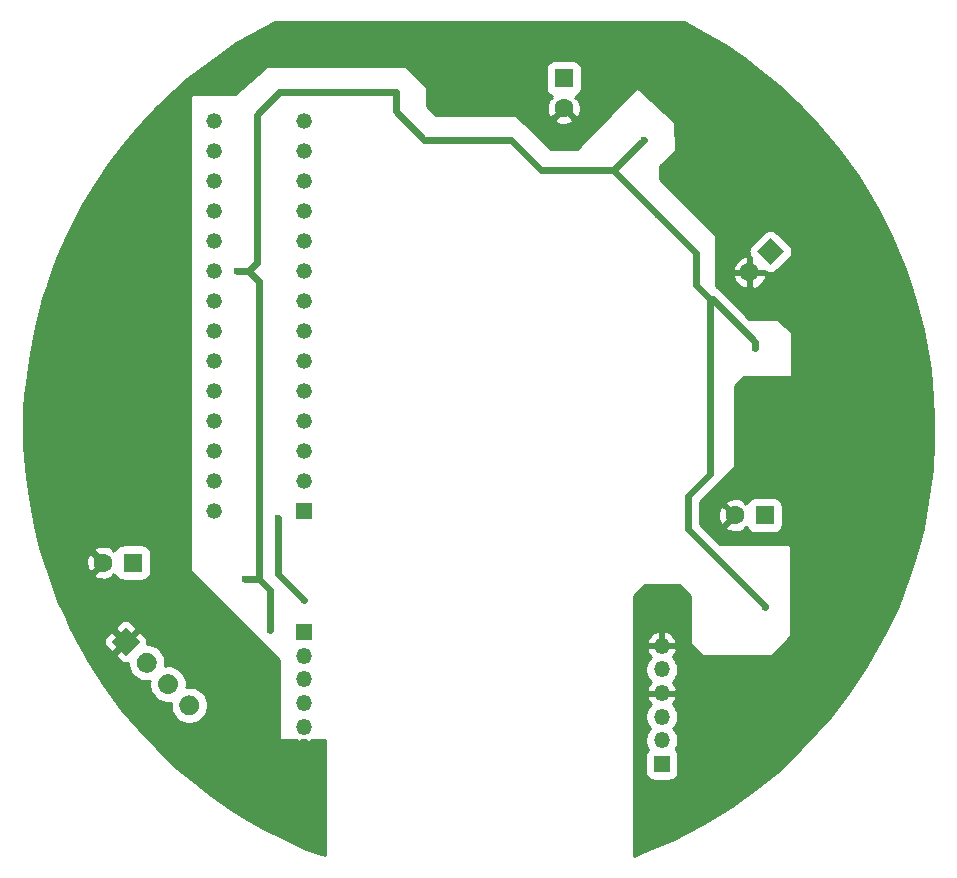
<source format=gbr>
G04 #@! TF.GenerationSoftware,KiCad,Pcbnew,(5.1.10)-1*
G04 #@! TF.CreationDate,2021-11-11T19:15:20-08:00*
G04 #@! TF.ProjectId,Pokeball,506f6b65-6261-46c6-9c2e-6b696361645f,rev?*
G04 #@! TF.SameCoordinates,Original*
G04 #@! TF.FileFunction,Copper,L2,Bot*
G04 #@! TF.FilePolarity,Positive*
%FSLAX46Y46*%
G04 Gerber Fmt 4.6, Leading zero omitted, Abs format (unit mm)*
G04 Created by KiCad (PCBNEW (5.1.10)-1) date 2021-11-11 19:15:20*
%MOMM*%
%LPD*%
G01*
G04 APERTURE LIST*
G04 #@! TA.AperFunction,ComponentPad*
%ADD10O,1.350000X1.350000*%
G04 #@! TD*
G04 #@! TA.AperFunction,ComponentPad*
%ADD11R,1.350000X1.350000*%
G04 #@! TD*
G04 #@! TA.AperFunction,ComponentPad*
%ADD12C,0.100000*%
G04 #@! TD*
G04 #@! TA.AperFunction,ComponentPad*
%ADD13C,1.320800*%
G04 #@! TD*
G04 #@! TA.AperFunction,ComponentPad*
%ADD14R,1.320800X1.320800*%
G04 #@! TD*
G04 #@! TA.AperFunction,ComponentPad*
%ADD15R,1.600000X1.600000*%
G04 #@! TD*
G04 #@! TA.AperFunction,ComponentPad*
%ADD16C,1.600000*%
G04 #@! TD*
G04 #@! TA.AperFunction,ViaPad*
%ADD17C,0.600000*%
G04 #@! TD*
G04 #@! TA.AperFunction,Conductor*
%ADD18C,0.600000*%
G04 #@! TD*
G04 #@! TA.AperFunction,Conductor*
%ADD19C,0.254000*%
G04 #@! TD*
G04 #@! TA.AperFunction,Conductor*
%ADD20C,0.100000*%
G04 #@! TD*
G04 APERTURE END LIST*
D10*
G04 #@! TO.P,J4,6*
G04 #@! TO.N,GND*
X175500000Y-108450000D03*
G04 #@! TO.P,J4,5*
G04 #@! TO.N,Net-(C18-Pad1)*
X175500000Y-110450000D03*
G04 #@! TO.P,J4,4*
G04 #@! TO.N,GND*
X175500000Y-112450000D03*
G04 #@! TO.P,J4,3*
G04 #@! TO.N,Net-(J4-Pad3)*
X175500000Y-114450000D03*
G04 #@! TO.P,J4,2*
G04 #@! TO.N,Net-(J4-Pad2)*
X175500000Y-116450000D03*
D11*
G04 #@! TO.P,J4,1*
G04 #@! TO.N,Net-(J4-Pad1)*
X175500000Y-118450000D03*
G04 #@! TD*
D10*
G04 #@! TO.P,J3,5*
G04 #@! TO.N,GND*
X145200000Y-115300000D03*
G04 #@! TO.P,J3,4*
G04 #@! TO.N,PGC*
X145200000Y-113300000D03*
G04 #@! TO.P,J3,3*
G04 #@! TO.N,PGD*
X145200000Y-111300000D03*
G04 #@! TO.P,J3,2*
G04 #@! TO.N,MCLR*
X145200000Y-109300000D03*
D11*
G04 #@! TO.P,J3,1*
G04 #@! TO.N,3.3V*
X145200000Y-107300000D03*
G04 #@! TD*
G04 #@! TO.P,J1,4*
G04 #@! TO.N,Net-(D1-Pad2)*
G04 #@! TA.AperFunction,ComponentPad*
G36*
G01*
X134887113Y-114089195D02*
X134887113Y-114089195D01*
G75*
G02*
X134887113Y-112887113I601041J601041D01*
G01*
X134887113Y-112887113D01*
G75*
G02*
X136089195Y-112887113I601041J-601041D01*
G01*
X136089195Y-112887113D01*
G75*
G02*
X136089195Y-114089195I-601041J-601041D01*
G01*
X136089195Y-114089195D01*
G75*
G02*
X134887113Y-114089195I-601041J601041D01*
G01*
G37*
G04 #@! TD.AperFunction*
G04 #@! TO.P,J1,3*
G04 #@! TO.N,Net-(J1-Pad2)*
G04 #@! TA.AperFunction,ComponentPad*
G36*
G01*
X133091061Y-112293143D02*
X133091061Y-112293143D01*
G75*
G02*
X133091061Y-111091061I601041J601041D01*
G01*
X133091061Y-111091061D01*
G75*
G02*
X134293143Y-111091061I601041J-601041D01*
G01*
X134293143Y-111091061D01*
G75*
G02*
X134293143Y-112293143I-601041J-601041D01*
G01*
X134293143Y-112293143D01*
G75*
G02*
X133091061Y-112293143I-601041J601041D01*
G01*
G37*
G04 #@! TD.AperFunction*
G04 #@! TO.P,J1,2*
G04 #@! TA.AperFunction,ComponentPad*
G36*
G01*
X131295010Y-110497092D02*
X131295010Y-110497092D01*
G75*
G02*
X131295010Y-109295010I601041J601041D01*
G01*
X131295010Y-109295010D01*
G75*
G02*
X132497092Y-109295010I601041J-601041D01*
G01*
X132497092Y-109295010D01*
G75*
G02*
X132497092Y-110497092I-601041J-601041D01*
G01*
X132497092Y-110497092D01*
G75*
G02*
X131295010Y-110497092I-601041J601041D01*
G01*
G37*
G04 #@! TD.AperFunction*
G04 #@! TA.AperFunction,ComponentPad*
D12*
G04 #@! TO.P,J1,1*
G04 #@! TO.N,GND*
G36*
X130100000Y-109302082D02*
G01*
X128897918Y-108100000D01*
X130100000Y-106897918D01*
X131302082Y-108100000D01*
X130100000Y-109302082D01*
G37*
G04 #@! TD.AperFunction*
G04 #@! TD*
D13*
G04 #@! TO.P,U1,28*
G04 #@! TO.N,PGD*
X137580000Y-97000000D03*
G04 #@! TO.P,U1,27*
G04 #@! TO.N,PGC*
X137580000Y-94460000D03*
G04 #@! TO.P,U1,26*
G04 #@! TO.N,Net-(U1-Pad26)*
X137580000Y-91920000D03*
G04 #@! TO.P,U1,25*
G04 #@! TO.N,Net-(U1-Pad25)*
X137580000Y-89380000D03*
G04 #@! TO.P,U1,24*
G04 #@! TO.N,Net-(U1-Pad24)*
X137580000Y-86840000D03*
G04 #@! TO.P,U1,23*
G04 #@! TO.N,Net-(U1-Pad23)*
X137580000Y-84300000D03*
G04 #@! TO.P,U1,22*
G04 #@! TO.N,Net-(U1-Pad22)*
X137580000Y-81760000D03*
G04 #@! TO.P,U1,21*
G04 #@! TO.N,Net-(U1-Pad21)*
X137580000Y-79220000D03*
G04 #@! TO.P,U1,20*
G04 #@! TO.N,3.3V*
X137580000Y-76680000D03*
G04 #@! TO.P,U1,19*
G04 #@! TO.N,GND*
X137580000Y-74140000D03*
G04 #@! TO.P,U1,18*
G04 #@! TO.N,Net-(U1-Pad18)*
X137580000Y-71600000D03*
G04 #@! TO.P,U1,17*
G04 #@! TO.N,Net-(U1-Pad17)*
X137580000Y-69060000D03*
G04 #@! TO.P,U1,16*
G04 #@! TO.N,BTN_GRN*
X137580000Y-66520000D03*
G04 #@! TO.P,U1,15*
G04 #@! TO.N,BTN_GRN_FLG*
X137580000Y-63980000D03*
G04 #@! TO.P,U1,14*
G04 #@! TO.N,BTN_RED*
X145200000Y-63980000D03*
G04 #@! TO.P,U1,13*
G04 #@! TO.N,BTN_RED_FLG*
X145200000Y-66520000D03*
G04 #@! TO.P,U1,12*
G04 #@! TO.N,BTN_BLU*
X145200000Y-69060000D03*
G04 #@! TO.P,U1,11*
G04 #@! TO.N,BTN_BLU_FLG*
X145200000Y-71600000D03*
G04 #@! TO.P,U1,10*
G04 #@! TO.N,BTN_SW*
X145200000Y-74140000D03*
G04 #@! TO.P,U1,9*
G04 #@! TO.N,Net-(U1-Pad9)*
X145200000Y-76680000D03*
G04 #@! TO.P,U1,8*
G04 #@! TO.N,GND*
X145200000Y-79220000D03*
G04 #@! TO.P,U1,7*
G04 #@! TO.N,Net-(U1-Pad7)*
X145200000Y-81760000D03*
G04 #@! TO.P,U1,6*
G04 #@! TO.N,Net-(U1-Pad6)*
X145200000Y-84300000D03*
G04 #@! TO.P,U1,5*
G04 #@! TO.N,Net-(U1-Pad5)*
X145200000Y-86840000D03*
G04 #@! TO.P,U1,4*
G04 #@! TO.N,Net-(U1-Pad4)*
X145200000Y-89380000D03*
G04 #@! TO.P,U1,3*
G04 #@! TO.N,Net-(U1-Pad3)*
X145200000Y-91920000D03*
G04 #@! TO.P,U1,2*
G04 #@! TO.N,Net-(U1-Pad2)*
X145200000Y-94460000D03*
D14*
G04 #@! TO.P,U1,1*
G04 #@! TO.N,MCLR*
X145200000Y-97000000D03*
G04 #@! TD*
D15*
G04 #@! TO.P,C17,1*
G04 #@! TO.N,Net-(C14-Pad2)*
X184200000Y-97400000D03*
D16*
G04 #@! TO.P,C17,2*
G04 #@! TO.N,GND*
X181700000Y-97400000D03*
G04 #@! TD*
G04 #@! TO.P,C16,2*
G04 #@! TO.N,GND*
X167200000Y-62900000D03*
D15*
G04 #@! TO.P,C16,1*
G04 #@! TO.N,Net-(C13-Pad2)*
X167200000Y-60400000D03*
G04 #@! TD*
D16*
G04 #@! TO.P,C15,2*
G04 #@! TO.N,GND*
X182925228Y-76832882D03*
G04 #@! TA.AperFunction,ComponentPad*
D12*
G04 #@! TO.P,C15,1*
G04 #@! TO.N,Net-(C12-Pad2)*
G36*
X184692995Y-73933744D02*
G01*
X185824366Y-75065115D01*
X184692995Y-76196486D01*
X183561624Y-75065115D01*
X184692995Y-73933744D01*
G37*
G04 #@! TD.AperFunction*
G04 #@! TD*
D16*
G04 #@! TO.P,C4,2*
G04 #@! TO.N,GND*
X128200000Y-101400000D03*
D15*
G04 #@! TO.P,C4,1*
G04 #@! TO.N,Net-(C4-Pad1)*
X130700000Y-101400000D03*
G04 #@! TD*
D17*
G04 #@! TO.N,3.3V*
X142300000Y-107100000D03*
X140200000Y-102800000D03*
X175200000Y-72000000D03*
X174000000Y-65600000D03*
X153000000Y-61600000D03*
X158600000Y-65600000D03*
X184200000Y-105200000D03*
X183400000Y-83200000D03*
X179600000Y-89000000D03*
X139500000Y-76700000D03*
G04 #@! TO.N,GND*
X151100000Y-58000000D03*
X145200000Y-104600000D03*
X178000000Y-62800000D03*
X187000000Y-69800000D03*
X184000000Y-110800000D03*
X189000000Y-84000000D03*
X189600000Y-95200000D03*
X171600000Y-57500000D03*
X128600000Y-74600000D03*
X128600000Y-76700000D03*
X143000000Y-97600000D03*
G04 #@! TD*
D18*
G04 #@! TO.N,3.3V*
X139500000Y-76700000D02*
X140500000Y-76700000D01*
X140500000Y-76700000D02*
X141200000Y-76000000D01*
X141200000Y-76000000D02*
X141200000Y-63500000D01*
X143100000Y-61600000D02*
X153000000Y-61600000D01*
X141200000Y-63500000D02*
X143100000Y-61600000D01*
X153000000Y-61600000D02*
X153000000Y-63200000D01*
X155400000Y-65600000D02*
X158600000Y-65600000D01*
X153000000Y-63200000D02*
X155400000Y-65600000D01*
X158600000Y-65600000D02*
X162700000Y-65600000D01*
X162700000Y-65600000D02*
X165300000Y-68200000D01*
X171400000Y-68200000D02*
X174000000Y-65600000D01*
X165300000Y-68200000D02*
X171400000Y-68200000D01*
X171400000Y-68200000D02*
X175200000Y-72000000D01*
X175200000Y-72000000D02*
X178400000Y-75200000D01*
X178400000Y-75200000D02*
X178400000Y-77900000D01*
X179600000Y-79100000D02*
X179600000Y-89000000D01*
X178400000Y-77900000D02*
X179600000Y-79100000D01*
X183400000Y-83200000D02*
X183400000Y-82700000D01*
X179800000Y-79100000D02*
X179600000Y-79100000D01*
X183400000Y-82700000D02*
X179800000Y-79100000D01*
X179600000Y-89000000D02*
X179600000Y-93900000D01*
X179600000Y-93900000D02*
X177700000Y-95800000D01*
X177700000Y-95800000D02*
X177700000Y-98600000D01*
X184200000Y-105100000D02*
X184200000Y-105200000D01*
X177700000Y-98600000D02*
X184200000Y-105100000D01*
X140200000Y-102800000D02*
X141400000Y-102800000D01*
X142300000Y-103700000D02*
X142300000Y-107100000D01*
X141400000Y-102800000D02*
X142300000Y-103700000D01*
X141400000Y-77600000D02*
X141400000Y-102800000D01*
X140500000Y-76700000D02*
X141400000Y-77600000D01*
G04 #@! TO.N,GND*
X143000000Y-102400000D02*
X145200000Y-104600000D01*
X143000000Y-97600000D02*
X143000000Y-102400000D01*
G04 #@! TD*
D19*
G04 #@! TO.N,GND*
X179336692Y-56710122D02*
X180831299Y-57606886D01*
X182424720Y-58702363D01*
X183820720Y-59799220D01*
X185416326Y-61095650D01*
X187110058Y-62689751D01*
X188605407Y-64284790D01*
X190400599Y-66379180D01*
X192094033Y-68670296D01*
X193688436Y-71360852D01*
X194884739Y-73753458D01*
X196081186Y-76545167D01*
X196877976Y-78935538D01*
X197575790Y-81726795D01*
X198173949Y-85016669D01*
X198373294Y-87408803D01*
X198473000Y-89203517D01*
X198473000Y-91197243D01*
X198373392Y-93488227D01*
X197974613Y-96279680D01*
X197575930Y-98472437D01*
X197077921Y-100364872D01*
X196579500Y-101959820D01*
X195482920Y-105050180D01*
X194387559Y-107240901D01*
X192791069Y-110134541D01*
X191296775Y-112425791D01*
X189702966Y-114442955D01*
X187109098Y-117311174D01*
X185216209Y-119104438D01*
X183372903Y-120599010D01*
X181429584Y-121994214D01*
X179061938Y-123452185D01*
X176495282Y-124810270D01*
X174451501Y-125682616D01*
X173127000Y-126212416D01*
X173127000Y-117775000D01*
X174094483Y-117775000D01*
X174094483Y-119125000D01*
X174108520Y-119267517D01*
X174150090Y-119404557D01*
X174217597Y-119530853D01*
X174308446Y-119641554D01*
X174419147Y-119732403D01*
X174545443Y-119799910D01*
X174682483Y-119841480D01*
X174825000Y-119855517D01*
X176175000Y-119855517D01*
X176317517Y-119841480D01*
X176454557Y-119799910D01*
X176580853Y-119732403D01*
X176691554Y-119641554D01*
X176782403Y-119530853D01*
X176849910Y-119404557D01*
X176891480Y-119267517D01*
X176905517Y-119125000D01*
X176905517Y-117775000D01*
X176891480Y-117632483D01*
X176849910Y-117495443D01*
X176782403Y-117369147D01*
X176691554Y-117258446D01*
X176662124Y-117234293D01*
X176742437Y-117114096D01*
X176848122Y-116858948D01*
X176902000Y-116588085D01*
X176902000Y-116311915D01*
X176848122Y-116041052D01*
X176742437Y-115785904D01*
X176589005Y-115556277D01*
X176482728Y-115450000D01*
X176589005Y-115343723D01*
X176742437Y-115114096D01*
X176848122Y-114858948D01*
X176902000Y-114588085D01*
X176902000Y-114311915D01*
X176848122Y-114041052D01*
X176742437Y-113785904D01*
X176589005Y-113556277D01*
X176413619Y-113380891D01*
X176478303Y-113321227D01*
X176629473Y-113113629D01*
X176737238Y-112880528D01*
X176767910Y-112779400D01*
X176644224Y-112577000D01*
X175627000Y-112577000D01*
X175627000Y-112597000D01*
X175373000Y-112597000D01*
X175373000Y-112577000D01*
X174355776Y-112577000D01*
X174232090Y-112779400D01*
X174262762Y-112880528D01*
X174370527Y-113113629D01*
X174521697Y-113321227D01*
X174586381Y-113380891D01*
X174410995Y-113556277D01*
X174257563Y-113785904D01*
X174151878Y-114041052D01*
X174098000Y-114311915D01*
X174098000Y-114588085D01*
X174151878Y-114858948D01*
X174257563Y-115114096D01*
X174410995Y-115343723D01*
X174517272Y-115450000D01*
X174410995Y-115556277D01*
X174257563Y-115785904D01*
X174151878Y-116041052D01*
X174098000Y-116311915D01*
X174098000Y-116588085D01*
X174151878Y-116858948D01*
X174257563Y-117114096D01*
X174337876Y-117234293D01*
X174308446Y-117258446D01*
X174217597Y-117369147D01*
X174150090Y-117495443D01*
X174108520Y-117632483D01*
X174094483Y-117775000D01*
X173127000Y-117775000D01*
X173127000Y-110311915D01*
X174098000Y-110311915D01*
X174098000Y-110588085D01*
X174151878Y-110858948D01*
X174257563Y-111114096D01*
X174410995Y-111343723D01*
X174586381Y-111519109D01*
X174521697Y-111578773D01*
X174370527Y-111786371D01*
X174262762Y-112019472D01*
X174232090Y-112120600D01*
X174355776Y-112323000D01*
X175373000Y-112323000D01*
X175373000Y-112303000D01*
X175627000Y-112303000D01*
X175627000Y-112323000D01*
X176644224Y-112323000D01*
X176767910Y-112120600D01*
X176737238Y-112019472D01*
X176629473Y-111786371D01*
X176478303Y-111578773D01*
X176413619Y-111519109D01*
X176589005Y-111343723D01*
X176742437Y-111114096D01*
X176848122Y-110858948D01*
X176902000Y-110588085D01*
X176902000Y-110311915D01*
X176848122Y-110041052D01*
X176742437Y-109785904D01*
X176589005Y-109556277D01*
X176413619Y-109380891D01*
X176478303Y-109321227D01*
X176629473Y-109113629D01*
X176737238Y-108880528D01*
X176767910Y-108779400D01*
X176644224Y-108577000D01*
X175627000Y-108577000D01*
X175627000Y-108597000D01*
X175373000Y-108597000D01*
X175373000Y-108577000D01*
X174355776Y-108577000D01*
X174232090Y-108779400D01*
X174262762Y-108880528D01*
X174370527Y-109113629D01*
X174521697Y-109321227D01*
X174586381Y-109380891D01*
X174410995Y-109556277D01*
X174257563Y-109785904D01*
X174151878Y-110041052D01*
X174098000Y-110311915D01*
X173127000Y-110311915D01*
X173127000Y-108120600D01*
X174232090Y-108120600D01*
X174355776Y-108323000D01*
X175373000Y-108323000D01*
X175373000Y-107304915D01*
X175627000Y-107304915D01*
X175627000Y-108323000D01*
X176644224Y-108323000D01*
X176767910Y-108120600D01*
X176737238Y-108019472D01*
X176629473Y-107786371D01*
X176478303Y-107578773D01*
X176289537Y-107404656D01*
X176070430Y-107270711D01*
X175829401Y-107182085D01*
X175627000Y-107304915D01*
X175373000Y-107304915D01*
X175170599Y-107182085D01*
X174929570Y-107270711D01*
X174710463Y-107404656D01*
X174521697Y-107578773D01*
X174370527Y-107786371D01*
X174262762Y-108019472D01*
X174232090Y-108120600D01*
X173127000Y-108120600D01*
X173127000Y-104252606D01*
X174052606Y-103327000D01*
X176947394Y-103327000D01*
X177873000Y-104252606D01*
X177873000Y-108200000D01*
X177875440Y-108224776D01*
X177882667Y-108248601D01*
X177894403Y-108270557D01*
X177910197Y-108289803D01*
X178910197Y-109289803D01*
X178929443Y-109305597D01*
X178951399Y-109317333D01*
X178975224Y-109324560D01*
X179000000Y-109327000D01*
X184700000Y-109327000D01*
X184724776Y-109324560D01*
X184748601Y-109317333D01*
X184770557Y-109305597D01*
X184789803Y-109289803D01*
X186389803Y-107689803D01*
X186405597Y-107670557D01*
X186417333Y-107648601D01*
X186424560Y-107624776D01*
X186427000Y-107600000D01*
X186427000Y-100000000D01*
X186424560Y-99975224D01*
X186417333Y-99951399D01*
X186405597Y-99929443D01*
X186389803Y-99910197D01*
X186370557Y-99894403D01*
X186348601Y-99882667D01*
X186324776Y-99875440D01*
X186300000Y-99873000D01*
X180425396Y-99873000D01*
X178727000Y-98174604D01*
X178727000Y-97470512D01*
X180259783Y-97470512D01*
X180301213Y-97750130D01*
X180396397Y-98016292D01*
X180463329Y-98141514D01*
X180707298Y-98213097D01*
X181520395Y-97400000D01*
X180707298Y-96586903D01*
X180463329Y-96658486D01*
X180342429Y-96913996D01*
X180273700Y-97188184D01*
X180259783Y-97470512D01*
X178727000Y-97470512D01*
X178727000Y-96407298D01*
X180886903Y-96407298D01*
X181700000Y-97220395D01*
X181714143Y-97206253D01*
X181893748Y-97385858D01*
X181879605Y-97400000D01*
X181893748Y-97414143D01*
X181714143Y-97593748D01*
X181700000Y-97579605D01*
X180886903Y-98392702D01*
X180958486Y-98636671D01*
X181213996Y-98757571D01*
X181488184Y-98826300D01*
X181770512Y-98840217D01*
X182050130Y-98798787D01*
X182316292Y-98703603D01*
X182441514Y-98636671D01*
X182513097Y-98392704D01*
X182629370Y-98508977D01*
X182709659Y-98428688D01*
X182725090Y-98479557D01*
X182792597Y-98605853D01*
X182883446Y-98716554D01*
X182994147Y-98807403D01*
X183120443Y-98874910D01*
X183257483Y-98916480D01*
X183400000Y-98930517D01*
X185000000Y-98930517D01*
X185142517Y-98916480D01*
X185279557Y-98874910D01*
X185405853Y-98807403D01*
X185516554Y-98716554D01*
X185607403Y-98605853D01*
X185674910Y-98479557D01*
X185716480Y-98342517D01*
X185730517Y-98200000D01*
X185730517Y-96600000D01*
X185716480Y-96457483D01*
X185674910Y-96320443D01*
X185607403Y-96194147D01*
X185516554Y-96083446D01*
X185405853Y-95992597D01*
X185279557Y-95925090D01*
X185142517Y-95883520D01*
X185000000Y-95869483D01*
X183400000Y-95869483D01*
X183257483Y-95883520D01*
X183120443Y-95925090D01*
X182994147Y-95992597D01*
X182883446Y-96083446D01*
X182792597Y-96194147D01*
X182725090Y-96320443D01*
X182709659Y-96371312D01*
X182629370Y-96291023D01*
X182513097Y-96407296D01*
X182441514Y-96163329D01*
X182186004Y-96042429D01*
X181911816Y-95973700D01*
X181629488Y-95959783D01*
X181349870Y-96001213D01*
X181083708Y-96096397D01*
X180958486Y-96163329D01*
X180886903Y-96407298D01*
X178727000Y-96407298D01*
X178727000Y-96252606D01*
X181689803Y-93289803D01*
X181705597Y-93270557D01*
X181717333Y-93248601D01*
X181724560Y-93224776D01*
X181727000Y-93200000D01*
X181727000Y-86452606D01*
X182452606Y-85727000D01*
X186400000Y-85727000D01*
X186424776Y-85724560D01*
X186448601Y-85717333D01*
X186470557Y-85705597D01*
X186489803Y-85689803D01*
X186505597Y-85670557D01*
X186517333Y-85648601D01*
X186524560Y-85624776D01*
X186527000Y-85600000D01*
X186527000Y-82000000D01*
X186524560Y-81975224D01*
X186517333Y-81951399D01*
X186505597Y-81929443D01*
X186485817Y-81906381D01*
X185285817Y-80806381D01*
X185265904Y-80791438D01*
X185243458Y-80780667D01*
X185219343Y-80774482D01*
X185200000Y-80773000D01*
X182925397Y-80773000D01*
X180852446Y-78700050D01*
X180127000Y-77948695D01*
X180127000Y-77183011D01*
X181526440Y-77183011D01*
X181621624Y-77449173D01*
X181766905Y-77691652D01*
X181956700Y-77901129D01*
X182183715Y-78069553D01*
X182439226Y-78190453D01*
X182575099Y-78231670D01*
X182798228Y-78109775D01*
X182798228Y-76959882D01*
X183052228Y-76959882D01*
X183052228Y-78109775D01*
X183275357Y-78231670D01*
X183541519Y-78136486D01*
X183783998Y-77991205D01*
X183993475Y-77801410D01*
X184161899Y-77574395D01*
X184282799Y-77318884D01*
X184324016Y-77183011D01*
X184202121Y-76959882D01*
X183052228Y-76959882D01*
X182798228Y-76959882D01*
X181648335Y-76959882D01*
X181526440Y-77183011D01*
X180127000Y-77183011D01*
X180127000Y-76482753D01*
X181526440Y-76482753D01*
X181648335Y-76705882D01*
X182798228Y-76705882D01*
X182798228Y-75555989D01*
X182575099Y-75434094D01*
X182308937Y-75529278D01*
X182066458Y-75674559D01*
X181856981Y-75864354D01*
X181688557Y-76091369D01*
X181567657Y-76346880D01*
X181526440Y-76482753D01*
X180127000Y-76482753D01*
X180127000Y-75065115D01*
X182831107Y-75065115D01*
X182845144Y-75207632D01*
X182886714Y-75344672D01*
X182954221Y-75470968D01*
X183045070Y-75581669D01*
X183052228Y-75588827D01*
X183052228Y-76526274D01*
X182939369Y-76639133D01*
X183118977Y-76818741D01*
X183231836Y-76705882D01*
X184169283Y-76705882D01*
X184176441Y-76713040D01*
X184287142Y-76803889D01*
X184413438Y-76871396D01*
X184550478Y-76912966D01*
X184692995Y-76927003D01*
X184835512Y-76912966D01*
X184972552Y-76871396D01*
X185098848Y-76803889D01*
X185209549Y-76713040D01*
X186340920Y-75581669D01*
X186431769Y-75470968D01*
X186499276Y-75344672D01*
X186540846Y-75207632D01*
X186554883Y-75065115D01*
X186540846Y-74922598D01*
X186499276Y-74785558D01*
X186431769Y-74659262D01*
X186340920Y-74548561D01*
X185209549Y-73417190D01*
X185098848Y-73326341D01*
X184972552Y-73258834D01*
X184835512Y-73217264D01*
X184692995Y-73203227D01*
X184550478Y-73217264D01*
X184413438Y-73258834D01*
X184287142Y-73326341D01*
X184176441Y-73417190D01*
X183045070Y-74548561D01*
X182954221Y-74659262D01*
X182886714Y-74785558D01*
X182845144Y-74922598D01*
X182831107Y-75065115D01*
X180127000Y-75065115D01*
X180127000Y-73800000D01*
X180124560Y-73775224D01*
X180117333Y-73751399D01*
X180105597Y-73729443D01*
X180089803Y-73710197D01*
X175327000Y-68947394D01*
X175327000Y-67855381D01*
X176686417Y-66593065D01*
X176702913Y-66574417D01*
X176715454Y-66552910D01*
X176723557Y-66529370D01*
X176726880Y-66494483D01*
X176626880Y-64194483D01*
X176623366Y-64169836D01*
X176615111Y-64146348D01*
X176602432Y-64124922D01*
X176586761Y-64107256D01*
X173486761Y-61207256D01*
X173467000Y-61192111D01*
X173444665Y-61181113D01*
X173420613Y-61174684D01*
X173395769Y-61173070D01*
X173371088Y-61176335D01*
X173347517Y-61184352D01*
X173325964Y-61196813D01*
X173308454Y-61211975D01*
X168345930Y-66373000D01*
X166151349Y-66373000D01*
X163585524Y-63892702D01*
X166386903Y-63892702D01*
X166458486Y-64136671D01*
X166713996Y-64257571D01*
X166988184Y-64326300D01*
X167270512Y-64340217D01*
X167550130Y-64298787D01*
X167816292Y-64203603D01*
X167941514Y-64136671D01*
X168013097Y-63892702D01*
X167200000Y-63079605D01*
X166386903Y-63892702D01*
X163585524Y-63892702D01*
X163188268Y-63508688D01*
X163168758Y-63493223D01*
X163146605Y-63481861D01*
X163122662Y-63475038D01*
X163100000Y-63473000D01*
X156352606Y-63473000D01*
X155627000Y-62747394D01*
X155627000Y-61200000D01*
X155624560Y-61175224D01*
X155617333Y-61151399D01*
X155605597Y-61129443D01*
X155589803Y-61110197D01*
X154079606Y-59600000D01*
X165669483Y-59600000D01*
X165669483Y-61200000D01*
X165683520Y-61342517D01*
X165725090Y-61479557D01*
X165792597Y-61605853D01*
X165883446Y-61716554D01*
X165994147Y-61807403D01*
X166120443Y-61874910D01*
X166171312Y-61890341D01*
X166091023Y-61970630D01*
X166207296Y-62086903D01*
X165963329Y-62158486D01*
X165842429Y-62413996D01*
X165773700Y-62688184D01*
X165759783Y-62970512D01*
X165801213Y-63250130D01*
X165896397Y-63516292D01*
X165963329Y-63641514D01*
X166207298Y-63713097D01*
X167020395Y-62900000D01*
X167006253Y-62885858D01*
X167185858Y-62706253D01*
X167200000Y-62720395D01*
X167214143Y-62706253D01*
X167393748Y-62885858D01*
X167379605Y-62900000D01*
X168192702Y-63713097D01*
X168436671Y-63641514D01*
X168557571Y-63386004D01*
X168626300Y-63111816D01*
X168640217Y-62829488D01*
X168598787Y-62549870D01*
X168503603Y-62283708D01*
X168436671Y-62158486D01*
X168192704Y-62086903D01*
X168308977Y-61970630D01*
X168228688Y-61890341D01*
X168279557Y-61874910D01*
X168405853Y-61807403D01*
X168516554Y-61716554D01*
X168607403Y-61605853D01*
X168674910Y-61479557D01*
X168716480Y-61342517D01*
X168730517Y-61200000D01*
X168730517Y-59600000D01*
X168716480Y-59457483D01*
X168674910Y-59320443D01*
X168607403Y-59194147D01*
X168516554Y-59083446D01*
X168405853Y-58992597D01*
X168279557Y-58925090D01*
X168142517Y-58883520D01*
X168000000Y-58869483D01*
X166400000Y-58869483D01*
X166257483Y-58883520D01*
X166120443Y-58925090D01*
X165994147Y-58992597D01*
X165883446Y-59083446D01*
X165792597Y-59194147D01*
X165725090Y-59320443D01*
X165683520Y-59457483D01*
X165669483Y-59600000D01*
X154079606Y-59600000D01*
X153889803Y-59410197D01*
X153870557Y-59394403D01*
X153848601Y-59382667D01*
X153824776Y-59375440D01*
X153800000Y-59373000D01*
X142100000Y-59373000D01*
X142075224Y-59375440D01*
X142051399Y-59382667D01*
X142029443Y-59394403D01*
X142015626Y-59405079D01*
X139351715Y-61773000D01*
X135700000Y-61773000D01*
X135675224Y-61775440D01*
X135651399Y-61782667D01*
X135629443Y-61794403D01*
X135610197Y-61810197D01*
X135594403Y-61829443D01*
X135582667Y-61851399D01*
X135575440Y-61875224D01*
X135573000Y-61900000D01*
X135573000Y-102100000D01*
X135575440Y-102124776D01*
X135582667Y-102148601D01*
X135594403Y-102170557D01*
X135610197Y-102189803D01*
X143073000Y-109652606D01*
X143073000Y-116300000D01*
X143075440Y-116324776D01*
X143082667Y-116348601D01*
X143094403Y-116370557D01*
X143110197Y-116389803D01*
X143129443Y-116405597D01*
X143151399Y-116417333D01*
X143175224Y-116424560D01*
X143200000Y-116427000D01*
X144544036Y-116427000D01*
X144629570Y-116479289D01*
X144870599Y-116567915D01*
X145073000Y-116445085D01*
X145073000Y-116427000D01*
X145327000Y-116427000D01*
X145327000Y-116445085D01*
X145529401Y-116567915D01*
X145770430Y-116479289D01*
X145855964Y-116427000D01*
X146973000Y-116427000D01*
X146973000Y-126195996D01*
X146142805Y-125905427D01*
X145396909Y-125631932D01*
X144353458Y-125184739D01*
X141760599Y-123888309D01*
X140400452Y-123090696D01*
X139069349Y-122293499D01*
X137375889Y-121098116D01*
X135978911Y-120000490D01*
X134483232Y-118803947D01*
X132889751Y-117310058D01*
X131293884Y-115614450D01*
X129800472Y-113921916D01*
X128305276Y-111728962D01*
X126908797Y-109634244D01*
X126632448Y-109127603D01*
X129252002Y-109127603D01*
X129252002Y-109352109D01*
X129648815Y-109753267D01*
X129745506Y-109832620D01*
X129855820Y-109891584D01*
X129975519Y-109927893D01*
X130100000Y-109940153D01*
X130224481Y-109927893D01*
X130319051Y-109899207D01*
X130319051Y-110051372D01*
X130379655Y-110356045D01*
X130498532Y-110643040D01*
X130671115Y-110901330D01*
X130890772Y-111120987D01*
X131149062Y-111293570D01*
X131436057Y-111412447D01*
X131740730Y-111473051D01*
X132051372Y-111473051D01*
X132130927Y-111457226D01*
X132115102Y-111536781D01*
X132115102Y-111847423D01*
X132175706Y-112152096D01*
X132294583Y-112439091D01*
X132467166Y-112697381D01*
X132686823Y-112917038D01*
X132945113Y-113089621D01*
X133232108Y-113208498D01*
X133536781Y-113269102D01*
X133847423Y-113269102D01*
X133926979Y-113253277D01*
X133911154Y-113332833D01*
X133911154Y-113643475D01*
X133971758Y-113948148D01*
X134090635Y-114235143D01*
X134263218Y-114493433D01*
X134482875Y-114713090D01*
X134741165Y-114885673D01*
X135028160Y-115004550D01*
X135332833Y-115065154D01*
X135643475Y-115065154D01*
X135948148Y-115004550D01*
X136235143Y-114885673D01*
X136493433Y-114713090D01*
X136713090Y-114493433D01*
X136885673Y-114235143D01*
X137004550Y-113948148D01*
X137065154Y-113643475D01*
X137065154Y-113332833D01*
X137004550Y-113028160D01*
X136885673Y-112741165D01*
X136713090Y-112482875D01*
X136493433Y-112263218D01*
X136235143Y-112090635D01*
X135948148Y-111971758D01*
X135643475Y-111911154D01*
X135332833Y-111911154D01*
X135253277Y-111926979D01*
X135269102Y-111847423D01*
X135269102Y-111536781D01*
X135208498Y-111232108D01*
X135089621Y-110945113D01*
X134917038Y-110686823D01*
X134697381Y-110467166D01*
X134439091Y-110294583D01*
X134152096Y-110175706D01*
X133847423Y-110115102D01*
X133536781Y-110115102D01*
X133457226Y-110130927D01*
X133473051Y-110051372D01*
X133473051Y-109740730D01*
X133412447Y-109436057D01*
X133293570Y-109149062D01*
X133120987Y-108890772D01*
X132901330Y-108671115D01*
X132643040Y-108498532D01*
X132356045Y-108379655D01*
X132051372Y-108319051D01*
X131899207Y-108319051D01*
X131927893Y-108224481D01*
X131940153Y-108100000D01*
X131927893Y-107975519D01*
X131891584Y-107855820D01*
X131832620Y-107745506D01*
X131753267Y-107648815D01*
X131352109Y-107252002D01*
X131127603Y-107252002D01*
X130279605Y-108100000D01*
X130293748Y-108114143D01*
X130114143Y-108293748D01*
X130100000Y-108279605D01*
X129252002Y-109127603D01*
X126632448Y-109127603D01*
X126071937Y-108100000D01*
X128259847Y-108100000D01*
X128272107Y-108224481D01*
X128308416Y-108344180D01*
X128367380Y-108454494D01*
X128446733Y-108551185D01*
X128847891Y-108947998D01*
X129072397Y-108947998D01*
X129920395Y-108100000D01*
X129072397Y-107252002D01*
X128847891Y-107252002D01*
X128446733Y-107648815D01*
X128367380Y-107745506D01*
X128308416Y-107855820D01*
X128272107Y-107975519D01*
X128259847Y-108100000D01*
X126071937Y-108100000D01*
X125713396Y-107442676D01*
X125435830Y-106847891D01*
X129252002Y-106847891D01*
X129252002Y-107072397D01*
X130100000Y-107920395D01*
X130947998Y-107072397D01*
X130947998Y-106847891D01*
X130551185Y-106446733D01*
X130454494Y-106367380D01*
X130344180Y-106308416D01*
X130224481Y-106272107D01*
X130100000Y-106259847D01*
X129975519Y-106272107D01*
X129855820Y-106308416D01*
X129745506Y-106367380D01*
X129648815Y-106446733D01*
X129252002Y-106847891D01*
X125435830Y-106847891D01*
X125015239Y-105946624D01*
X124417047Y-104650542D01*
X123919573Y-103357108D01*
X123420483Y-101859839D01*
X123419800Y-101857846D01*
X123283511Y-101470512D01*
X126759783Y-101470512D01*
X126801213Y-101750130D01*
X126896397Y-102016292D01*
X126963329Y-102141514D01*
X127207298Y-102213097D01*
X128020395Y-101400000D01*
X127207298Y-100586903D01*
X126963329Y-100658486D01*
X126842429Y-100913996D01*
X126773700Y-101188184D01*
X126759783Y-101470512D01*
X123283511Y-101470512D01*
X122909402Y-100407298D01*
X127386903Y-100407298D01*
X128200000Y-101220395D01*
X128214143Y-101206253D01*
X128393748Y-101385858D01*
X128379605Y-101400000D01*
X128393748Y-101414143D01*
X128214143Y-101593748D01*
X128200000Y-101579605D01*
X127386903Y-102392702D01*
X127458486Y-102636671D01*
X127713996Y-102757571D01*
X127988184Y-102826300D01*
X128270512Y-102840217D01*
X128550130Y-102798787D01*
X128816292Y-102703603D01*
X128941514Y-102636671D01*
X129013097Y-102392704D01*
X129129370Y-102508977D01*
X129209659Y-102428688D01*
X129225090Y-102479557D01*
X129292597Y-102605853D01*
X129383446Y-102716554D01*
X129494147Y-102807403D01*
X129620443Y-102874910D01*
X129757483Y-102916480D01*
X129900000Y-102930517D01*
X131500000Y-102930517D01*
X131642517Y-102916480D01*
X131779557Y-102874910D01*
X131905853Y-102807403D01*
X132016554Y-102716554D01*
X132107403Y-102605853D01*
X132174910Y-102479557D01*
X132216480Y-102342517D01*
X132230517Y-102200000D01*
X132230517Y-100600000D01*
X132216480Y-100457483D01*
X132174910Y-100320443D01*
X132107403Y-100194147D01*
X132016554Y-100083446D01*
X131905853Y-99992597D01*
X131779557Y-99925090D01*
X131642517Y-99883520D01*
X131500000Y-99869483D01*
X129900000Y-99869483D01*
X129757483Y-99883520D01*
X129620443Y-99925090D01*
X129494147Y-99992597D01*
X129383446Y-100083446D01*
X129292597Y-100194147D01*
X129225090Y-100320443D01*
X129209659Y-100371312D01*
X129129370Y-100291023D01*
X129013097Y-100407296D01*
X128941514Y-100163329D01*
X128686004Y-100042429D01*
X128411816Y-99973700D01*
X128129488Y-99959783D01*
X127849870Y-100001213D01*
X127583708Y-100096397D01*
X127458486Y-100163329D01*
X127386903Y-100407298D01*
X122909402Y-100407298D01*
X122822549Y-100160465D01*
X122424734Y-98276007D01*
X122025198Y-95978677D01*
X121726346Y-94185564D01*
X121626753Y-92592078D01*
X121626561Y-92589453D01*
X121527000Y-91394721D01*
X121527000Y-88405279D01*
X121626471Y-87211627D01*
X121726217Y-86214172D01*
X121825875Y-85416904D01*
X122075226Y-83671447D01*
X122523943Y-81427862D01*
X123122024Y-79035538D01*
X123419739Y-78142393D01*
X123718914Y-77344593D01*
X123719760Y-77342268D01*
X124318508Y-75645816D01*
X125115445Y-73753089D01*
X125812723Y-72358534D01*
X126509873Y-71063826D01*
X127507186Y-69468126D01*
X128604610Y-67772107D01*
X129699554Y-66279002D01*
X130895709Y-64883487D01*
X131694477Y-63984874D01*
X132690352Y-62889411D01*
X134086081Y-61593377D01*
X135281208Y-60497844D01*
X138075028Y-58402479D01*
X139467560Y-57407814D01*
X141659861Y-56212013D01*
X142714331Y-55659672D01*
X177415876Y-55653674D01*
X179336692Y-56710122D01*
G04 #@! TA.AperFunction,Conductor*
D20*
G36*
X179336692Y-56710122D02*
G01*
X180831299Y-57606886D01*
X182424720Y-58702363D01*
X183820720Y-59799220D01*
X185416326Y-61095650D01*
X187110058Y-62689751D01*
X188605407Y-64284790D01*
X190400599Y-66379180D01*
X192094033Y-68670296D01*
X193688436Y-71360852D01*
X194884739Y-73753458D01*
X196081186Y-76545167D01*
X196877976Y-78935538D01*
X197575790Y-81726795D01*
X198173949Y-85016669D01*
X198373294Y-87408803D01*
X198473000Y-89203517D01*
X198473000Y-91197243D01*
X198373392Y-93488227D01*
X197974613Y-96279680D01*
X197575930Y-98472437D01*
X197077921Y-100364872D01*
X196579500Y-101959820D01*
X195482920Y-105050180D01*
X194387559Y-107240901D01*
X192791069Y-110134541D01*
X191296775Y-112425791D01*
X189702966Y-114442955D01*
X187109098Y-117311174D01*
X185216209Y-119104438D01*
X183372903Y-120599010D01*
X181429584Y-121994214D01*
X179061938Y-123452185D01*
X176495282Y-124810270D01*
X174451501Y-125682616D01*
X173127000Y-126212416D01*
X173127000Y-117775000D01*
X174094483Y-117775000D01*
X174094483Y-119125000D01*
X174108520Y-119267517D01*
X174150090Y-119404557D01*
X174217597Y-119530853D01*
X174308446Y-119641554D01*
X174419147Y-119732403D01*
X174545443Y-119799910D01*
X174682483Y-119841480D01*
X174825000Y-119855517D01*
X176175000Y-119855517D01*
X176317517Y-119841480D01*
X176454557Y-119799910D01*
X176580853Y-119732403D01*
X176691554Y-119641554D01*
X176782403Y-119530853D01*
X176849910Y-119404557D01*
X176891480Y-119267517D01*
X176905517Y-119125000D01*
X176905517Y-117775000D01*
X176891480Y-117632483D01*
X176849910Y-117495443D01*
X176782403Y-117369147D01*
X176691554Y-117258446D01*
X176662124Y-117234293D01*
X176742437Y-117114096D01*
X176848122Y-116858948D01*
X176902000Y-116588085D01*
X176902000Y-116311915D01*
X176848122Y-116041052D01*
X176742437Y-115785904D01*
X176589005Y-115556277D01*
X176482728Y-115450000D01*
X176589005Y-115343723D01*
X176742437Y-115114096D01*
X176848122Y-114858948D01*
X176902000Y-114588085D01*
X176902000Y-114311915D01*
X176848122Y-114041052D01*
X176742437Y-113785904D01*
X176589005Y-113556277D01*
X176413619Y-113380891D01*
X176478303Y-113321227D01*
X176629473Y-113113629D01*
X176737238Y-112880528D01*
X176767910Y-112779400D01*
X176644224Y-112577000D01*
X175627000Y-112577000D01*
X175627000Y-112597000D01*
X175373000Y-112597000D01*
X175373000Y-112577000D01*
X174355776Y-112577000D01*
X174232090Y-112779400D01*
X174262762Y-112880528D01*
X174370527Y-113113629D01*
X174521697Y-113321227D01*
X174586381Y-113380891D01*
X174410995Y-113556277D01*
X174257563Y-113785904D01*
X174151878Y-114041052D01*
X174098000Y-114311915D01*
X174098000Y-114588085D01*
X174151878Y-114858948D01*
X174257563Y-115114096D01*
X174410995Y-115343723D01*
X174517272Y-115450000D01*
X174410995Y-115556277D01*
X174257563Y-115785904D01*
X174151878Y-116041052D01*
X174098000Y-116311915D01*
X174098000Y-116588085D01*
X174151878Y-116858948D01*
X174257563Y-117114096D01*
X174337876Y-117234293D01*
X174308446Y-117258446D01*
X174217597Y-117369147D01*
X174150090Y-117495443D01*
X174108520Y-117632483D01*
X174094483Y-117775000D01*
X173127000Y-117775000D01*
X173127000Y-110311915D01*
X174098000Y-110311915D01*
X174098000Y-110588085D01*
X174151878Y-110858948D01*
X174257563Y-111114096D01*
X174410995Y-111343723D01*
X174586381Y-111519109D01*
X174521697Y-111578773D01*
X174370527Y-111786371D01*
X174262762Y-112019472D01*
X174232090Y-112120600D01*
X174355776Y-112323000D01*
X175373000Y-112323000D01*
X175373000Y-112303000D01*
X175627000Y-112303000D01*
X175627000Y-112323000D01*
X176644224Y-112323000D01*
X176767910Y-112120600D01*
X176737238Y-112019472D01*
X176629473Y-111786371D01*
X176478303Y-111578773D01*
X176413619Y-111519109D01*
X176589005Y-111343723D01*
X176742437Y-111114096D01*
X176848122Y-110858948D01*
X176902000Y-110588085D01*
X176902000Y-110311915D01*
X176848122Y-110041052D01*
X176742437Y-109785904D01*
X176589005Y-109556277D01*
X176413619Y-109380891D01*
X176478303Y-109321227D01*
X176629473Y-109113629D01*
X176737238Y-108880528D01*
X176767910Y-108779400D01*
X176644224Y-108577000D01*
X175627000Y-108577000D01*
X175627000Y-108597000D01*
X175373000Y-108597000D01*
X175373000Y-108577000D01*
X174355776Y-108577000D01*
X174232090Y-108779400D01*
X174262762Y-108880528D01*
X174370527Y-109113629D01*
X174521697Y-109321227D01*
X174586381Y-109380891D01*
X174410995Y-109556277D01*
X174257563Y-109785904D01*
X174151878Y-110041052D01*
X174098000Y-110311915D01*
X173127000Y-110311915D01*
X173127000Y-108120600D01*
X174232090Y-108120600D01*
X174355776Y-108323000D01*
X175373000Y-108323000D01*
X175373000Y-107304915D01*
X175627000Y-107304915D01*
X175627000Y-108323000D01*
X176644224Y-108323000D01*
X176767910Y-108120600D01*
X176737238Y-108019472D01*
X176629473Y-107786371D01*
X176478303Y-107578773D01*
X176289537Y-107404656D01*
X176070430Y-107270711D01*
X175829401Y-107182085D01*
X175627000Y-107304915D01*
X175373000Y-107304915D01*
X175170599Y-107182085D01*
X174929570Y-107270711D01*
X174710463Y-107404656D01*
X174521697Y-107578773D01*
X174370527Y-107786371D01*
X174262762Y-108019472D01*
X174232090Y-108120600D01*
X173127000Y-108120600D01*
X173127000Y-104252606D01*
X174052606Y-103327000D01*
X176947394Y-103327000D01*
X177873000Y-104252606D01*
X177873000Y-108200000D01*
X177875440Y-108224776D01*
X177882667Y-108248601D01*
X177894403Y-108270557D01*
X177910197Y-108289803D01*
X178910197Y-109289803D01*
X178929443Y-109305597D01*
X178951399Y-109317333D01*
X178975224Y-109324560D01*
X179000000Y-109327000D01*
X184700000Y-109327000D01*
X184724776Y-109324560D01*
X184748601Y-109317333D01*
X184770557Y-109305597D01*
X184789803Y-109289803D01*
X186389803Y-107689803D01*
X186405597Y-107670557D01*
X186417333Y-107648601D01*
X186424560Y-107624776D01*
X186427000Y-107600000D01*
X186427000Y-100000000D01*
X186424560Y-99975224D01*
X186417333Y-99951399D01*
X186405597Y-99929443D01*
X186389803Y-99910197D01*
X186370557Y-99894403D01*
X186348601Y-99882667D01*
X186324776Y-99875440D01*
X186300000Y-99873000D01*
X180425396Y-99873000D01*
X178727000Y-98174604D01*
X178727000Y-97470512D01*
X180259783Y-97470512D01*
X180301213Y-97750130D01*
X180396397Y-98016292D01*
X180463329Y-98141514D01*
X180707298Y-98213097D01*
X181520395Y-97400000D01*
X180707298Y-96586903D01*
X180463329Y-96658486D01*
X180342429Y-96913996D01*
X180273700Y-97188184D01*
X180259783Y-97470512D01*
X178727000Y-97470512D01*
X178727000Y-96407298D01*
X180886903Y-96407298D01*
X181700000Y-97220395D01*
X181714143Y-97206253D01*
X181893748Y-97385858D01*
X181879605Y-97400000D01*
X181893748Y-97414143D01*
X181714143Y-97593748D01*
X181700000Y-97579605D01*
X180886903Y-98392702D01*
X180958486Y-98636671D01*
X181213996Y-98757571D01*
X181488184Y-98826300D01*
X181770512Y-98840217D01*
X182050130Y-98798787D01*
X182316292Y-98703603D01*
X182441514Y-98636671D01*
X182513097Y-98392704D01*
X182629370Y-98508977D01*
X182709659Y-98428688D01*
X182725090Y-98479557D01*
X182792597Y-98605853D01*
X182883446Y-98716554D01*
X182994147Y-98807403D01*
X183120443Y-98874910D01*
X183257483Y-98916480D01*
X183400000Y-98930517D01*
X185000000Y-98930517D01*
X185142517Y-98916480D01*
X185279557Y-98874910D01*
X185405853Y-98807403D01*
X185516554Y-98716554D01*
X185607403Y-98605853D01*
X185674910Y-98479557D01*
X185716480Y-98342517D01*
X185730517Y-98200000D01*
X185730517Y-96600000D01*
X185716480Y-96457483D01*
X185674910Y-96320443D01*
X185607403Y-96194147D01*
X185516554Y-96083446D01*
X185405853Y-95992597D01*
X185279557Y-95925090D01*
X185142517Y-95883520D01*
X185000000Y-95869483D01*
X183400000Y-95869483D01*
X183257483Y-95883520D01*
X183120443Y-95925090D01*
X182994147Y-95992597D01*
X182883446Y-96083446D01*
X182792597Y-96194147D01*
X182725090Y-96320443D01*
X182709659Y-96371312D01*
X182629370Y-96291023D01*
X182513097Y-96407296D01*
X182441514Y-96163329D01*
X182186004Y-96042429D01*
X181911816Y-95973700D01*
X181629488Y-95959783D01*
X181349870Y-96001213D01*
X181083708Y-96096397D01*
X180958486Y-96163329D01*
X180886903Y-96407298D01*
X178727000Y-96407298D01*
X178727000Y-96252606D01*
X181689803Y-93289803D01*
X181705597Y-93270557D01*
X181717333Y-93248601D01*
X181724560Y-93224776D01*
X181727000Y-93200000D01*
X181727000Y-86452606D01*
X182452606Y-85727000D01*
X186400000Y-85727000D01*
X186424776Y-85724560D01*
X186448601Y-85717333D01*
X186470557Y-85705597D01*
X186489803Y-85689803D01*
X186505597Y-85670557D01*
X186517333Y-85648601D01*
X186524560Y-85624776D01*
X186527000Y-85600000D01*
X186527000Y-82000000D01*
X186524560Y-81975224D01*
X186517333Y-81951399D01*
X186505597Y-81929443D01*
X186485817Y-81906381D01*
X185285817Y-80806381D01*
X185265904Y-80791438D01*
X185243458Y-80780667D01*
X185219343Y-80774482D01*
X185200000Y-80773000D01*
X182925397Y-80773000D01*
X180852446Y-78700050D01*
X180127000Y-77948695D01*
X180127000Y-77183011D01*
X181526440Y-77183011D01*
X181621624Y-77449173D01*
X181766905Y-77691652D01*
X181956700Y-77901129D01*
X182183715Y-78069553D01*
X182439226Y-78190453D01*
X182575099Y-78231670D01*
X182798228Y-78109775D01*
X182798228Y-76959882D01*
X183052228Y-76959882D01*
X183052228Y-78109775D01*
X183275357Y-78231670D01*
X183541519Y-78136486D01*
X183783998Y-77991205D01*
X183993475Y-77801410D01*
X184161899Y-77574395D01*
X184282799Y-77318884D01*
X184324016Y-77183011D01*
X184202121Y-76959882D01*
X183052228Y-76959882D01*
X182798228Y-76959882D01*
X181648335Y-76959882D01*
X181526440Y-77183011D01*
X180127000Y-77183011D01*
X180127000Y-76482753D01*
X181526440Y-76482753D01*
X181648335Y-76705882D01*
X182798228Y-76705882D01*
X182798228Y-75555989D01*
X182575099Y-75434094D01*
X182308937Y-75529278D01*
X182066458Y-75674559D01*
X181856981Y-75864354D01*
X181688557Y-76091369D01*
X181567657Y-76346880D01*
X181526440Y-76482753D01*
X180127000Y-76482753D01*
X180127000Y-75065115D01*
X182831107Y-75065115D01*
X182845144Y-75207632D01*
X182886714Y-75344672D01*
X182954221Y-75470968D01*
X183045070Y-75581669D01*
X183052228Y-75588827D01*
X183052228Y-76526274D01*
X182939369Y-76639133D01*
X183118977Y-76818741D01*
X183231836Y-76705882D01*
X184169283Y-76705882D01*
X184176441Y-76713040D01*
X184287142Y-76803889D01*
X184413438Y-76871396D01*
X184550478Y-76912966D01*
X184692995Y-76927003D01*
X184835512Y-76912966D01*
X184972552Y-76871396D01*
X185098848Y-76803889D01*
X185209549Y-76713040D01*
X186340920Y-75581669D01*
X186431769Y-75470968D01*
X186499276Y-75344672D01*
X186540846Y-75207632D01*
X186554883Y-75065115D01*
X186540846Y-74922598D01*
X186499276Y-74785558D01*
X186431769Y-74659262D01*
X186340920Y-74548561D01*
X185209549Y-73417190D01*
X185098848Y-73326341D01*
X184972552Y-73258834D01*
X184835512Y-73217264D01*
X184692995Y-73203227D01*
X184550478Y-73217264D01*
X184413438Y-73258834D01*
X184287142Y-73326341D01*
X184176441Y-73417190D01*
X183045070Y-74548561D01*
X182954221Y-74659262D01*
X182886714Y-74785558D01*
X182845144Y-74922598D01*
X182831107Y-75065115D01*
X180127000Y-75065115D01*
X180127000Y-73800000D01*
X180124560Y-73775224D01*
X180117333Y-73751399D01*
X180105597Y-73729443D01*
X180089803Y-73710197D01*
X175327000Y-68947394D01*
X175327000Y-67855381D01*
X176686417Y-66593065D01*
X176702913Y-66574417D01*
X176715454Y-66552910D01*
X176723557Y-66529370D01*
X176726880Y-66494483D01*
X176626880Y-64194483D01*
X176623366Y-64169836D01*
X176615111Y-64146348D01*
X176602432Y-64124922D01*
X176586761Y-64107256D01*
X173486761Y-61207256D01*
X173467000Y-61192111D01*
X173444665Y-61181113D01*
X173420613Y-61174684D01*
X173395769Y-61173070D01*
X173371088Y-61176335D01*
X173347517Y-61184352D01*
X173325964Y-61196813D01*
X173308454Y-61211975D01*
X168345930Y-66373000D01*
X166151349Y-66373000D01*
X163585524Y-63892702D01*
X166386903Y-63892702D01*
X166458486Y-64136671D01*
X166713996Y-64257571D01*
X166988184Y-64326300D01*
X167270512Y-64340217D01*
X167550130Y-64298787D01*
X167816292Y-64203603D01*
X167941514Y-64136671D01*
X168013097Y-63892702D01*
X167200000Y-63079605D01*
X166386903Y-63892702D01*
X163585524Y-63892702D01*
X163188268Y-63508688D01*
X163168758Y-63493223D01*
X163146605Y-63481861D01*
X163122662Y-63475038D01*
X163100000Y-63473000D01*
X156352606Y-63473000D01*
X155627000Y-62747394D01*
X155627000Y-61200000D01*
X155624560Y-61175224D01*
X155617333Y-61151399D01*
X155605597Y-61129443D01*
X155589803Y-61110197D01*
X154079606Y-59600000D01*
X165669483Y-59600000D01*
X165669483Y-61200000D01*
X165683520Y-61342517D01*
X165725090Y-61479557D01*
X165792597Y-61605853D01*
X165883446Y-61716554D01*
X165994147Y-61807403D01*
X166120443Y-61874910D01*
X166171312Y-61890341D01*
X166091023Y-61970630D01*
X166207296Y-62086903D01*
X165963329Y-62158486D01*
X165842429Y-62413996D01*
X165773700Y-62688184D01*
X165759783Y-62970512D01*
X165801213Y-63250130D01*
X165896397Y-63516292D01*
X165963329Y-63641514D01*
X166207298Y-63713097D01*
X167020395Y-62900000D01*
X167006253Y-62885858D01*
X167185858Y-62706253D01*
X167200000Y-62720395D01*
X167214143Y-62706253D01*
X167393748Y-62885858D01*
X167379605Y-62900000D01*
X168192702Y-63713097D01*
X168436671Y-63641514D01*
X168557571Y-63386004D01*
X168626300Y-63111816D01*
X168640217Y-62829488D01*
X168598787Y-62549870D01*
X168503603Y-62283708D01*
X168436671Y-62158486D01*
X168192704Y-62086903D01*
X168308977Y-61970630D01*
X168228688Y-61890341D01*
X168279557Y-61874910D01*
X168405853Y-61807403D01*
X168516554Y-61716554D01*
X168607403Y-61605853D01*
X168674910Y-61479557D01*
X168716480Y-61342517D01*
X168730517Y-61200000D01*
X168730517Y-59600000D01*
X168716480Y-59457483D01*
X168674910Y-59320443D01*
X168607403Y-59194147D01*
X168516554Y-59083446D01*
X168405853Y-58992597D01*
X168279557Y-58925090D01*
X168142517Y-58883520D01*
X168000000Y-58869483D01*
X166400000Y-58869483D01*
X166257483Y-58883520D01*
X166120443Y-58925090D01*
X165994147Y-58992597D01*
X165883446Y-59083446D01*
X165792597Y-59194147D01*
X165725090Y-59320443D01*
X165683520Y-59457483D01*
X165669483Y-59600000D01*
X154079606Y-59600000D01*
X153889803Y-59410197D01*
X153870557Y-59394403D01*
X153848601Y-59382667D01*
X153824776Y-59375440D01*
X153800000Y-59373000D01*
X142100000Y-59373000D01*
X142075224Y-59375440D01*
X142051399Y-59382667D01*
X142029443Y-59394403D01*
X142015626Y-59405079D01*
X139351715Y-61773000D01*
X135700000Y-61773000D01*
X135675224Y-61775440D01*
X135651399Y-61782667D01*
X135629443Y-61794403D01*
X135610197Y-61810197D01*
X135594403Y-61829443D01*
X135582667Y-61851399D01*
X135575440Y-61875224D01*
X135573000Y-61900000D01*
X135573000Y-102100000D01*
X135575440Y-102124776D01*
X135582667Y-102148601D01*
X135594403Y-102170557D01*
X135610197Y-102189803D01*
X143073000Y-109652606D01*
X143073000Y-116300000D01*
X143075440Y-116324776D01*
X143082667Y-116348601D01*
X143094403Y-116370557D01*
X143110197Y-116389803D01*
X143129443Y-116405597D01*
X143151399Y-116417333D01*
X143175224Y-116424560D01*
X143200000Y-116427000D01*
X144544036Y-116427000D01*
X144629570Y-116479289D01*
X144870599Y-116567915D01*
X145073000Y-116445085D01*
X145073000Y-116427000D01*
X145327000Y-116427000D01*
X145327000Y-116445085D01*
X145529401Y-116567915D01*
X145770430Y-116479289D01*
X145855964Y-116427000D01*
X146973000Y-116427000D01*
X146973000Y-126195996D01*
X146142805Y-125905427D01*
X145396909Y-125631932D01*
X144353458Y-125184739D01*
X141760599Y-123888309D01*
X140400452Y-123090696D01*
X139069349Y-122293499D01*
X137375889Y-121098116D01*
X135978911Y-120000490D01*
X134483232Y-118803947D01*
X132889751Y-117310058D01*
X131293884Y-115614450D01*
X129800472Y-113921916D01*
X128305276Y-111728962D01*
X126908797Y-109634244D01*
X126632448Y-109127603D01*
X129252002Y-109127603D01*
X129252002Y-109352109D01*
X129648815Y-109753267D01*
X129745506Y-109832620D01*
X129855820Y-109891584D01*
X129975519Y-109927893D01*
X130100000Y-109940153D01*
X130224481Y-109927893D01*
X130319051Y-109899207D01*
X130319051Y-110051372D01*
X130379655Y-110356045D01*
X130498532Y-110643040D01*
X130671115Y-110901330D01*
X130890772Y-111120987D01*
X131149062Y-111293570D01*
X131436057Y-111412447D01*
X131740730Y-111473051D01*
X132051372Y-111473051D01*
X132130927Y-111457226D01*
X132115102Y-111536781D01*
X132115102Y-111847423D01*
X132175706Y-112152096D01*
X132294583Y-112439091D01*
X132467166Y-112697381D01*
X132686823Y-112917038D01*
X132945113Y-113089621D01*
X133232108Y-113208498D01*
X133536781Y-113269102D01*
X133847423Y-113269102D01*
X133926979Y-113253277D01*
X133911154Y-113332833D01*
X133911154Y-113643475D01*
X133971758Y-113948148D01*
X134090635Y-114235143D01*
X134263218Y-114493433D01*
X134482875Y-114713090D01*
X134741165Y-114885673D01*
X135028160Y-115004550D01*
X135332833Y-115065154D01*
X135643475Y-115065154D01*
X135948148Y-115004550D01*
X136235143Y-114885673D01*
X136493433Y-114713090D01*
X136713090Y-114493433D01*
X136885673Y-114235143D01*
X137004550Y-113948148D01*
X137065154Y-113643475D01*
X137065154Y-113332833D01*
X137004550Y-113028160D01*
X136885673Y-112741165D01*
X136713090Y-112482875D01*
X136493433Y-112263218D01*
X136235143Y-112090635D01*
X135948148Y-111971758D01*
X135643475Y-111911154D01*
X135332833Y-111911154D01*
X135253277Y-111926979D01*
X135269102Y-111847423D01*
X135269102Y-111536781D01*
X135208498Y-111232108D01*
X135089621Y-110945113D01*
X134917038Y-110686823D01*
X134697381Y-110467166D01*
X134439091Y-110294583D01*
X134152096Y-110175706D01*
X133847423Y-110115102D01*
X133536781Y-110115102D01*
X133457226Y-110130927D01*
X133473051Y-110051372D01*
X133473051Y-109740730D01*
X133412447Y-109436057D01*
X133293570Y-109149062D01*
X133120987Y-108890772D01*
X132901330Y-108671115D01*
X132643040Y-108498532D01*
X132356045Y-108379655D01*
X132051372Y-108319051D01*
X131899207Y-108319051D01*
X131927893Y-108224481D01*
X131940153Y-108100000D01*
X131927893Y-107975519D01*
X131891584Y-107855820D01*
X131832620Y-107745506D01*
X131753267Y-107648815D01*
X131352109Y-107252002D01*
X131127603Y-107252002D01*
X130279605Y-108100000D01*
X130293748Y-108114143D01*
X130114143Y-108293748D01*
X130100000Y-108279605D01*
X129252002Y-109127603D01*
X126632448Y-109127603D01*
X126071937Y-108100000D01*
X128259847Y-108100000D01*
X128272107Y-108224481D01*
X128308416Y-108344180D01*
X128367380Y-108454494D01*
X128446733Y-108551185D01*
X128847891Y-108947998D01*
X129072397Y-108947998D01*
X129920395Y-108100000D01*
X129072397Y-107252002D01*
X128847891Y-107252002D01*
X128446733Y-107648815D01*
X128367380Y-107745506D01*
X128308416Y-107855820D01*
X128272107Y-107975519D01*
X128259847Y-108100000D01*
X126071937Y-108100000D01*
X125713396Y-107442676D01*
X125435830Y-106847891D01*
X129252002Y-106847891D01*
X129252002Y-107072397D01*
X130100000Y-107920395D01*
X130947998Y-107072397D01*
X130947998Y-106847891D01*
X130551185Y-106446733D01*
X130454494Y-106367380D01*
X130344180Y-106308416D01*
X130224481Y-106272107D01*
X130100000Y-106259847D01*
X129975519Y-106272107D01*
X129855820Y-106308416D01*
X129745506Y-106367380D01*
X129648815Y-106446733D01*
X129252002Y-106847891D01*
X125435830Y-106847891D01*
X125015239Y-105946624D01*
X124417047Y-104650542D01*
X123919573Y-103357108D01*
X123420483Y-101859839D01*
X123419800Y-101857846D01*
X123283511Y-101470512D01*
X126759783Y-101470512D01*
X126801213Y-101750130D01*
X126896397Y-102016292D01*
X126963329Y-102141514D01*
X127207298Y-102213097D01*
X128020395Y-101400000D01*
X127207298Y-100586903D01*
X126963329Y-100658486D01*
X126842429Y-100913996D01*
X126773700Y-101188184D01*
X126759783Y-101470512D01*
X123283511Y-101470512D01*
X122909402Y-100407298D01*
X127386903Y-100407298D01*
X128200000Y-101220395D01*
X128214143Y-101206253D01*
X128393748Y-101385858D01*
X128379605Y-101400000D01*
X128393748Y-101414143D01*
X128214143Y-101593748D01*
X128200000Y-101579605D01*
X127386903Y-102392702D01*
X127458486Y-102636671D01*
X127713996Y-102757571D01*
X127988184Y-102826300D01*
X128270512Y-102840217D01*
X128550130Y-102798787D01*
X128816292Y-102703603D01*
X128941514Y-102636671D01*
X129013097Y-102392704D01*
X129129370Y-102508977D01*
X129209659Y-102428688D01*
X129225090Y-102479557D01*
X129292597Y-102605853D01*
X129383446Y-102716554D01*
X129494147Y-102807403D01*
X129620443Y-102874910D01*
X129757483Y-102916480D01*
X129900000Y-102930517D01*
X131500000Y-102930517D01*
X131642517Y-102916480D01*
X131779557Y-102874910D01*
X131905853Y-102807403D01*
X132016554Y-102716554D01*
X132107403Y-102605853D01*
X132174910Y-102479557D01*
X132216480Y-102342517D01*
X132230517Y-102200000D01*
X132230517Y-100600000D01*
X132216480Y-100457483D01*
X132174910Y-100320443D01*
X132107403Y-100194147D01*
X132016554Y-100083446D01*
X131905853Y-99992597D01*
X131779557Y-99925090D01*
X131642517Y-99883520D01*
X131500000Y-99869483D01*
X129900000Y-99869483D01*
X129757483Y-99883520D01*
X129620443Y-99925090D01*
X129494147Y-99992597D01*
X129383446Y-100083446D01*
X129292597Y-100194147D01*
X129225090Y-100320443D01*
X129209659Y-100371312D01*
X129129370Y-100291023D01*
X129013097Y-100407296D01*
X128941514Y-100163329D01*
X128686004Y-100042429D01*
X128411816Y-99973700D01*
X128129488Y-99959783D01*
X127849870Y-100001213D01*
X127583708Y-100096397D01*
X127458486Y-100163329D01*
X127386903Y-100407298D01*
X122909402Y-100407298D01*
X122822549Y-100160465D01*
X122424734Y-98276007D01*
X122025198Y-95978677D01*
X121726346Y-94185564D01*
X121626753Y-92592078D01*
X121626561Y-92589453D01*
X121527000Y-91394721D01*
X121527000Y-88405279D01*
X121626471Y-87211627D01*
X121726217Y-86214172D01*
X121825875Y-85416904D01*
X122075226Y-83671447D01*
X122523943Y-81427862D01*
X123122024Y-79035538D01*
X123419739Y-78142393D01*
X123718914Y-77344593D01*
X123719760Y-77342268D01*
X124318508Y-75645816D01*
X125115445Y-73753089D01*
X125812723Y-72358534D01*
X126509873Y-71063826D01*
X127507186Y-69468126D01*
X128604610Y-67772107D01*
X129699554Y-66279002D01*
X130895709Y-64883487D01*
X131694477Y-63984874D01*
X132690352Y-62889411D01*
X134086081Y-61593377D01*
X135281208Y-60497844D01*
X138075028Y-58402479D01*
X139467560Y-57407814D01*
X141659861Y-56212013D01*
X142714331Y-55659672D01*
X177415876Y-55653674D01*
X179336692Y-56710122D01*
G37*
G04 #@! TD.AperFunction*
G04 #@! TD*
M02*

</source>
